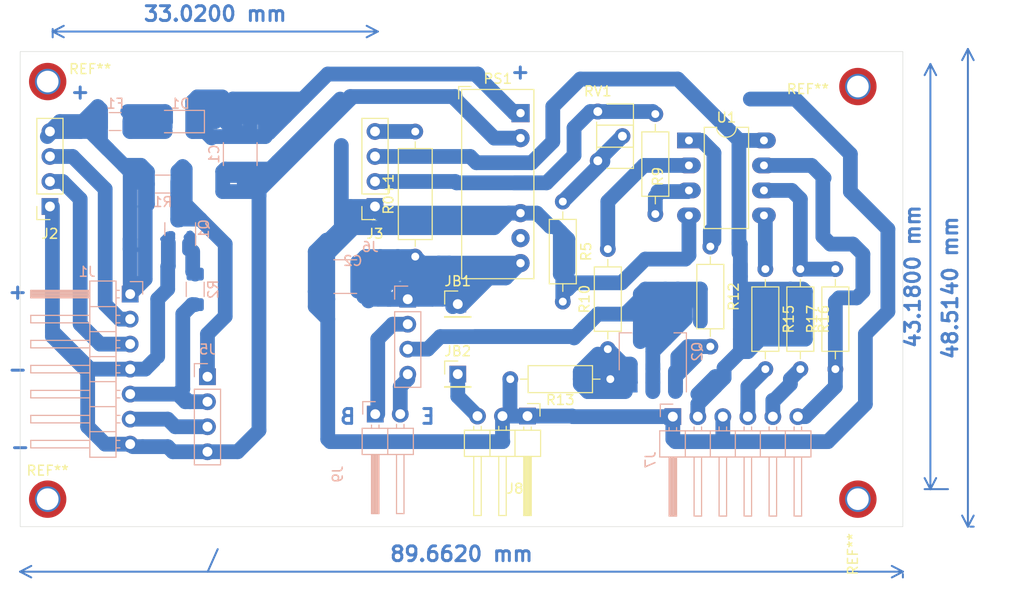
<source format=kicad_pcb>
(kicad_pcb (version 20211014) (generator pcbnew)
  (layers (0 "F.Cu" signal) (31 "B.Cu" signal) (34 "B.Paste" user) (35 "F.Paste" user) (36 "B.SilkS" user "B.Silkscreen") (37 "F.SilkS" user "F.Silkscreen") (38 "B.Mask" user) (39 "F.Mask" user) (44 "Edge.Cuts" user))
  (net 0 "")
  (net 1 "GND1")
  (net 2 "+28V")
  (net 3 "Net-(D1-Pad2)")
  (net 4 "+5V")
  (net 5 "GND")
  (net 6 "Net-(J1-Pad3)")
  (net 7 "+5VP")
  (net 8 "Net-(J1-Pad2)")
  (net 9 "Net-(Q2-Pad1)")
  (net 10 "Net-(Q2-Pad3)")
  (net 11 "Net-(R9-Pad1)")
  (net 12 "Net-(R10-Pad2)")
  (net 13 "Net-(R12-Pad1)")
  (net 14 "Net-(R15-Pad1)")
  (net 15 "Net-(R16-Pad1)")
  (net 16 "Net-(F1-Pad2)")
  (net 17 "Net-(J3-Pad2)")
  (net 19 "Net-(J6-Pad4)")
  (net 20 "Net-(J6-Pad2)")
  (net 21 "Net-(J7-Pad4)")
  (net 22 "Net-(J7-Pad5)")
  (net 23 "Net-(J7-Pad6)")
  (net 24 "Net-(J3-Pad4)")
  (net 25 "Net-(R5-Pad1)")
  (net 26 "Net-(J5-Pad1)")
  (net 27 "Net-(J1-Pad5)")
  (net 28 "Net-(J1-Pad6)")
  (net 29 "Net-(J6-Pad3)")
  (net 30 "Net-(J8-Pad3)")
  (net 31 "Net-(Q1-Pad1)")
  (footprint "Resistor_THT:R_Axial_DIN0207_L6.3mm_D2.5mm_P10.16mm_Horizontal" (layer "F.Cu") (at 96.266 39.116 -90)
    (fp_text reference "R15")
    (fp_text value "10k")
  )
  (footprint "Resistor_THT:R_Axial_DIN0207_L6.3mm_D2.5mm_P10.16mm_Horizontal" (layer "F.Cu") (at 103.378 49.276 90)
    (fp_text reference "R17")
    (fp_text value "100k")
  )
  (footprint "Connector_PinSocket_2.54mm:PinSocket_1x04_P2.54mm_Vertical" (layer "F.Cu") (at 56.617 32.756 180)
    (fp_text reference "J3")
    (fp_text value "I2C_MCP4725_Out")
  )
  (footprint "Package_DIP:DIP-8_W7.62mm_LongPads" (layer "F.Cu") (at 88.504 26.045)
    (fp_text reference "U1")
    (fp_text value "MCP6002-xP")
  )
  (footprint "Resistor_THT:R_Axial_DIN0207_L6.3mm_D2.5mm_P10.16mm_Horizontal" (layer "F.Cu") (at 90.678 36.83 -90)
    (fp_text reference "R12")
    (fp_text value "1k")
  )
  (footprint "Resistor_THT:R_Axial_DIN0207_L6.3mm_D2.5mm_P10.16mm_Horizontal" (layer "F.Cu") (at 99.822 39.116 -90)
    (fp_text reference "R16")
    (fp_text value "12.1k")
  )
  (footprint "Resistor_THT:R_Axial_DIN0207_L6.3mm_D2.5mm_P10.16mm_Horizontal" (layer "F.Cu") (at 80.264 47.244 90)
    (fp_text reference "R10")
    (fp_text value "10k")
  )
  (footprint "Converter_DCDC:Converter_DCDC_XP_POWER-IHxxxxSH_THT" (layer "F.Cu") (at 71.398 23.27)
    (fp_text reference "PS1")
    (fp_text value "RH-0515D/H")
  )
  (footprint "Resistor_THT:R_Axial_DIN0309_L9.0mm_D3.2mm_P12.70mm_Horizontal" (layer "F.Cu") (at 60.706 37.846 90)
    (fp_text reference "R0+1")
    (fp_text value "0")
  )
  (footprint "Resistor_THT:R_Axial_DIN0207_L6.3mm_D2.5mm_P10.16mm_Horizontal" (layer "F.Cu") (at 80.518 50.292 180)
    (fp_text reference "R13")
    (fp_text value "250")
  )
  (footprint "Resistor_THT:R_Axial_DIN0207_L6.3mm_D2.5mm_P10.16mm_Horizontal" (layer "F.Cu") (at 85.09 33.528 90)
    (fp_text reference "R9")
    (fp_text value "10k")
  )
  (footprint "Connector_PinHeader_2.54mm:PinHeader_1x03_P2.54mm_Horizontal" (layer "F.Cu") (at 72.106 54.045 -90)
    (fp_text reference "J8")
    (fp_text value "Power - - +")
  )
  (footprint "Connector_PinSocket_2.54mm:PinSocket_1x04_P2.54mm_Vertical" (layer "F.Cu") (at 23.597 32.756 180)
    (fp_text reference "J2")
    (fp_text value "I2C_Isol_In")
  )
  (footprint "MountingHole:MountingHole_2.2mm_M2_DIN965_Pad_TopOnly" (layer "F.Cu") (at 23.368 62.484)
    (fp_text reference "REF**")
    (fp_text value "MH-2.2mm")
  )
  (footprint "MountingHole:MountingHole_2.2mm_M2_DIN965_Pad_TopOnly" (layer "F.Cu") (at 105.664 62.484)
    (fp_text reference "REF**")
    (fp_text value "MH-2.2mm")
  )
  (footprint "MountingHole:MountingHole_2.2mm_M2_DIN965_Pad_TopOnly" (layer "F.Cu") (at 23.368 20.066)
    (fp_text reference "REF**")
    (fp_text value "MH-2.2mm")
  )
  (footprint "MountingHole:MountingHole_2.2mm_M2_DIN965_Pad_TopOnly" (layer "F.Cu") (at 105.664 20.574)
    (fp_text reference "REF**")
    (fp_text value "MH-2.2mm")
  )
  (footprint "Resistor_THT:R_Axial_DIN0207_L6.3mm_D2.5mm_P10.16mm_Horizontal" (layer "F.Cu") (at 75.692 32.258 -90)
    (fp_text reference "R5")
    (fp_text value "3k")
  )
  (footprint "Connector_PinHeader_2.54mm:PinHeader_1x01_P2.54mm_Vertical" (layer "F.Cu") (at 65.024 42.672)
    (fp_text reference "JB1")
    (fp_text value "Br1")
  )
  (footprint "Potentiometer_THT:Potentiometer_ACP_CA6-H2,5_Horizontal" (layer "F.Cu") (at 79.248 23.114)
    (fp_text reference "RV1")
    (fp_text value "500")
  )
  (footprint "Connector_PinHeader_2.54mm:PinHeader_1x01_P2.54mm_Vertical" (layer "F.Cu") (at 65.024 49.784)
    (fp_text reference "JB2")
    (fp_text value "Br2")
  )
  (footprint "Fuse:Fuse_1206_3216Metric_Pad1.42x1.75mm_HandSolder" (layer "B.Cu") (at 30.226 24.13 180)
    (fp_text reference "F1")
    (fp_text value "Fuse 0.3A")
  )
  (footprint "Connector_PinHeader_2.54mm:PinHeader_1x07_P2.54mm_Horizontal" (layer "B.Cu") (at 31.75 41.656 180)
    (fp_text reference "J1")
    (fp_text value "5V_I2C_Gnd_EB_VG_Gnd")
  )
  (footprint "Connector_PinSocket_2.54mm:PinSocket_1x04_P2.54mm_Vertical" (layer "B.Cu") (at 59.944 42.174 180)
    (fp_text reference "J6")
    (fp_text value "Opto_Rel_Out")
  )
  (footprint "Package_TO_SOT_SMD:SOT-223-3_TabPin2" (layer "B.Cu") (at 84.836 47.498 90)
    (fp_text reference "Q2")
    (fp_text value "BSP89")
  )
  (footprint "Capacitor_SMD:C_1812_4532Metric_Pad1.57x3.40mm_HandSolder" (layer "B.Cu") (at 42.926 27.432 -90)
    (fp_text reference "C1")
    (fp_text value "10uF 10V")
  )
  (footprint "Connector_PinSocket_2.54mm:PinSocket_1x04_P2.54mm_Vertical" (layer "B.Cu") (at 39.599 50.048 180)
    (fp_text reference "J5")
    (fp_text value "OptoRel_In")
  )
  (footprint "Capacitor_SMD:C_1812_4532Metric_Pad1.57x3.40mm_HandSolder" (layer "B.Cu") (at 53.594 39.878 180)
    (fp_text reference "C2")
    (fp_text value "2,2 µF 35V")
  )
  (footprint "Connector_PinHeader_2.54mm:PinHeader_1x02_P2.54mm_Horizontal" (layer "B.Cu") (at 56.642 53.848 -90)
    (fp_text reference "J9")
    (fp_text value "Base/Emitter")
  )
  (footprint "Package_TO_SOT_SMD:SOT-23" (layer "B.Cu") (at 36.83 35.052 90)
    (fp_text reference "Q1")
    (fp_text value "BSS123")
  )
  (footprint "Resistor_SMD:R_1206_3216Metric_Pad1.30x1.75mm_HandSolder" (layer "B.Cu") (at 35.052 30.48)
    (fp_text reference "R1")
    (fp_text value "1k")
  )
  (footprint "Resistor_SMD:R_1206_3216Metric_Pad1.30x1.75mm_HandSolder" (layer "B.Cu") (at 38.354 41.174 90)
    (fp_text reference "R2")
    (fp_text value "10k")
  )
  (footprint "Diode_SMD:D_1206_3216Metric_Pad1.42x1.75mm_HandSolder" (layer "B.Cu") (at 36.83 24.13 180)
    (fp_text reference "D1")
    (fp_text value "Schottky")
  )
  (footprint "Connector_PinHeader_2.54mm:PinHeader_1x06_P2.54mm_Horizontal" (layer "B.Cu") (at 86.868 54.102 -90)
    (fp_text reference "J7")
    (fp_text value "OP-2-+-In+In-Out")
  )
  (gr_line (start 39.624 69.85) (end 40.64 67.564) (layer "B.Cu") (width 0.2))
  (gr_rect (start 20.574 17.018) (end 110.236 65.278) (layer "Edge.Cuts") (width 0.05) (fill none))
  (gr_text "B" (at 53.848 54.102) (layer "B.Cu") (effects (font (size 1.5 1.5) (thickness 0.3)) (justify mirror)))
  (gr_text "+" (at 26.67 21.082) (layer "B.Cu") (effects (font (size 1.5 1.5) (thickness 0.3)) (justify mirror)))
  (gr_text "+" (at 20.32 41.402) (layer "B.Cu") (effects (font (size 1.5 1.5) (thickness 0.3)) (justify mirror)))
  (gr_text "-" (at 20.32 49.276) (layer "B.Cu") (effects (font (size 1.5 1.5) (thickness 0.3)) (justify mirror)))
  (gr_text "-" (at 20.574 57.15) (layer "B.Cu") (effects (font (size 1.5 1.5) (thickness 0.3)) (justify mirror)))
  (gr_text "E" (at 61.976 54.102) (layer "B.Cu") (effects (font (size 1.5 1.5) (thickness 0.3)) (justify mirror)))
  (gr_text "+" (at 71.374 19.05) (layer "B.Cu") (effects (font (size 1.5 1.5) (thickness 0.3)) (justify mirror)))
  (dimension (type orthogonal) (layer "B.Cu") (pts (xy 116.84 16.764) (xy 116.586 65.278)) (height 0) (orientation 1) (gr_text "48,5140 mm" (at 115.04 41.021 90) (layer "B.Cu") (effects (font (size 1.5 1.5) (thickness 0.3)))) (format (units 3) (units_format 1) (precision 4)) (style (thickness 0.2) (arrow_length 1.27) (text_position_mode 0) (extension_height 0.58642) (extension_offset 0.5) keep_text_aligned))
  (dimension (type orthogonal) (layer "B.Cu") (pts (xy 56.896 14.986) (xy 23.876 14.224)) (height 0) (orientation 0) (gr_text "33,0200 mm" (at 40.386 13.186) (layer "B.Cu") (effects (font (size 1.5 1.5) (thickness 0.3)))) (format (units 3) (units_format 1) (precision 4)) (style (thickness 0.2) (arrow_length 1.27) (text_position_mode 0) (extension_height 0.58642) (extension_offset 0.5) keep_text_aligned))
  (dimension (type orthogonal) (layer "B.Cu") (pts (xy 20.574 69.85) (xy 110.236 69.596)) (height 0) (orientation 0) (gr_text "89,6620 mm" (at 65.405 68.05) (layer "B.Cu") (effects (font (size 1.5 1.5) (thickness 0.3)))) (format (units 3) (units_format 1) (precision 4)) (style (thickness 0.2) (arrow_length 1.27) (text_position_mode 0) (extension_height 0.58642) (extension_offset 0.5) keep_text_aligned))
  (dimension (type orthogonal) (layer "B.Cu") (pts (xy 113.03 18.288) (xy 115.316 61.468)) (height 0) (orientation 1) (gr_text "43,1800 mm" (at 111.23 39.878 90) (layer "B.Cu") (effects (font (size 1.5 1.5) (thickness 0.3)))) (format (units 3) (units_format 1) (precision 4)) (style (thickness 0.2) (arrow_length 1.27) (text_position_mode 0) (extension_height 0.58642) (extension_offset 0.5) keep_text_aligned))
  (segment (start 108.712 35.052) (end 104.902 31.242) (width 1.5) (layer "B.Cu") (net 1))
  (segment (start 53.594 33.274) (end 54.112 32.756) (width 1.5) (layer "B.Cu") (net 1))
  (segment (start 54.4655 34.9075) (end 68.7245 34.9075) (width 1.5) (layer "B.Cu") (net 1))
  (segment (start 104.902 31.242) (end 104.902 27.432) (width 1.5) (layer "B.Cu") (net 1))
  (segment (start 102.616 56.642) (end 106.426 52.832) (width 1.5) (layer "B.Cu") (net 1))
  (segment (start 76.708 54.102) (end 86.868 54.102) (width 1.5) (layer "B.Cu") (net 1))
  (segment (start 76.2 41.148) (end 76.2 40.386) (width 1.5) (layer "B.Cu") (net 1))
  (segment (start 91.694 56.642) (end 102.616 56.642) (width 1.5) (layer "B.Cu") (net 1))
  (segment (start 74.93 34.798) (end 74.422 34.798) (width 1.5) (layer "B.Cu") (net 1))
  (segment (start 74.422 34.798) (end 73.054 33.43) (width 1.5) (layer "B.Cu") (net 1))
  (segment (start 84.069 38.1) (end 81.6585 40.5105) (width 1.5) (layer "B.Cu") (net 1))
  (segment (start 91.948 56.388) (end 91.948 54.102) (width 1.5) (layer "B.Cu") (net 1))
  (segment (start 51.816 44.196) (end 51.816 42.164) (width 1.5) (layer "B.Cu") (net 1))
  (segment (start 76.2 40.386) (end 75.438 39.624) (width 1.5) (layer "B.Cu") (net 1))
  (segment (start 51.816 42.164) (end 51.816 37.557) (width 1.5) (layer "B.Cu") (net 1))
  (segment (start 69.566 56.612) (end 69.566 54.045) (width 1.5) (layer "B.Cu") (net 1))
  (segment (start 88.504 33.665) (end 88.504 37.734) (width 1.5) (layer "B.Cu") (net 1))
  (segment (start 99.314 21.844) (end 94.742 21.844) (width 1.5) (layer "B.Cu") (net 1))
  (segment (start 51.4565 39.7725) (end 51.4565 39.878) (width 1.5) (layer "B.Cu") (net 1))
  (segment (start 51.7065 36.1775) (end 51.9255 36.1775) (width 1.5) (layer "B.Cu") (net 1))
  (segment (start 71.398 33.43) (end 70.202 33.43) (width 1.5) (layer "B.Cu") (net 1))
  (segment (start 104.902 27.432) (end 99.314 21.844) (width 1.5) (layer "B.Cu") (net 1))
  (segment (start 88.138 38.1) (end 84.069 38.1) (width 1.5) (layer "B.Cu") (net 1))
  (segment (start 51.4565 39.878) (end 51.562 39.9835) (width 1.5) (layer "B.Cu") (net 1))
  (segment (start 70.328 54.045) (end 70.328 50.322) (width 1.5) (layer "B.Cu") (net 1))
  (segment (start 51.9255 36.1775) (end 53.1955 34.9075) (width 1.5) (layer "B.Cu") (net 1))
  (segment (start 51.816 37.557) (end 54.4655 34.9075) (width 1.5) (layer "B.Cu") (net 1))
  (segment (start 108.712 43.434) (end 108.712 35.052) (width 1.5) (layer "B.Cu") (net 1))
  (segment (start 69.596 56.642) (end 69.566 56.612) (width 1.5) (layer "B.Cu") (net 1))
  (segment (start 86.868 56.388) (end 87.122 56.642) (width 1.5) (layer "B.Cu") (net 1))
  (segment (start 76.651 54.045) (end 73.137 54.045) (width 1.5) (layer "B.Cu") (net 1))
  (segment (start 76.2 36.068) (end 75.438 35.306) (width 1.5) (layer "B.Cu") (net 1))
  (segment (start 86.868 54.102) (end 86.868 56.388) (width 1.5) (layer "B.Cu") (net 1))
  (segment (start 51.562 42.418) (end 50.546 41.402) (width 1.5) (layer "B.Cu") (net 1))
  (segment (start 52.07 56.642) (end 69.596 56.642) (width 1.5) (layer "B.Cu") (net 1))
  (segment (start 51.816 44.196) (end 50.546 42.926) (width 1.5) (layer "B.Cu") (net 1))
  (segment (start 51.816 44.196) (end 51.816 56.388) (width 1.5) (layer "B.Cu") (net 1))
  (segment (start 88.504 37.734) (end 88.138 38.1) (width 1.5) (layer "B.Cu") (net 1))
  (segment (start 75.438 39.624) (end 75.438 35.306) (width 1.5) (layer "B.Cu") (net 1))
  (segment (start 50.546 41.402) (end 50.546 37.338) (width 1.5) (layer "B.Cu") (net 1))
  (segment (start 76.2 39.37) (end 76.2 36.068) (width 1.5) (layer "B.Cu") (net 1))
  (segment (start 91.694 56.642) (end 91.948 56.388) (width 1.5) (layer "B.Cu") (net 1))
  (segment (start 50.546 42.926) (end 50.546 41.402) (width 1.5) (layer "B.Cu") (net 1))
  (segment (start 54.112 32.756) (end 56.617 32.756) (width 1.5) (layer "B.Cu") (net 1))
  (segment (start 106.426 45.72) (end 108.712 43.434) (width 1.5) (layer "B.Cu") (net 1))
  (segment (start 70.597 54.045) (end 73.137 54.045) (width 1.5) (layer "B.Cu") (net 1))
  (segment (start 73.054 33.43) (end 71.398 33.43) (width 1.5) (layer "B.Cu") (net 1))
  (segment (start 81.6585 40.5105) (end 76.8375 40.5105) (width 1.5) (layer "B.Cu") (net 1))
  (segment (start 54.356 34.036) (end 53.594 33.274) (width 1.5) (layer "B.Cu") (net 1))
  (segment (start 75.692 42.418) (end 75.692 39.878) (width 1.5) (layer "B.Cu") (net 1))
  (segment (start 75.438 35.306) (end 74.93 34.798) (width 1.5) (layer "B.Cu") (net 1))
  (segment (start 53.1955 34.9075) (end 53.1955 26.5605) (width 1.5) (layer "B.Cu") (net 1))
  (segment (start 76.8375 40.5105) (end 76.2 41.148) (width 1.5) (layer "B.Cu") (net 1))
  (segment (start 70.328 50.322) (end 70.358 50.292) (width 1.5) (layer "B.Cu") (net 1))
  (segment (start 50.546 37.338) (end 51.7065 36.1775) (width 1.5) (layer "B.Cu") (net 1))
  (segment (start 55.337 34.036) (end 54.356 34.036) (width 1.5) (layer "B.Cu") (net 1))
  (segment (start 55.3545 34.0185) (end 56.617 32.756) (width 1.5) (layer "B.Cu") (net 1))
  (segment (start 51.816 56.388) (end 52.07 56.642) (width 1.5) (layer "B.Cu") (net 1))
  (segment (start 54.4655 34.9075) (end 55.3545 34.0185) (width 1.5) (layer "B.Cu") (net 1))
  (segment (start 70.202 33.43) (end 68.7245 34.9075) (width 1.5) (layer "B.Cu") (net 1))
  (segment (start 106.426 52.832) (end 106.426 45.72) (width 1.5) (layer "B.Cu") (net 1))
  (segment (start 71.398 33.43) (end 56.994 33.43) (width 1.5) (layer "B.Cu") (net 1))
  (segment (start 55.3545 34.0185) (end 55.337 34.036) (width 1.5) (layer "B.Cu") (net 1))
  (segment (start 87.122 56.642) (end 91.694 56.642) (width 1.5) (layer "B.Cu") (net 1))
  (segment (start 76.708 54.102) (end 76.651 54.045) (width 1.5) (layer "B.Cu") (net 1))
  (segment (start 51.816 42.164) (end 51.562 42.418) (width 1.5) (layer "B.Cu") (net 1))
  (segment (start 57.15 37.846) (end 55.626 37.846) (width 1.5) (layer "B.Cu") (net 2))
  (segment (start 64.106 41.558) (end 63.49 42.174) (width 1.5) (layer "B.Cu") (net 2))
  (segment (start 57.922 42.174) (end 57.15 41.402) (width 1.5) (layer "B.Cu") (net 2))
  (segment (start 58.42 40.132) (end 57.15 41.402) (width 1.5) (layer "B.Cu") (net 2))
  (segment (start 60.706 37.846) (end 61.214 38.354) (width 1.5) (layer "B.Cu") (net 2))
  (segment (start 60.706 42.418) (end 60.452 42.164) (width 0.25) (layer "B.Cu") (net 2))
  (segment (start 65.024 40.64) (end 65.659 40.005) (width 1.5) (layer "B.Cu") (net 2))
  (segment (start 66.294 39.37) (end 69.342 39.37) (width 1.5) (layer "B.Cu") (net 2))
  (segment (start 55.7315 39.878) (end 55.118 39.878) (width 1.5) (layer "B.Cu") (net 2))
  (segment (start 64.164 38.51) (end 65.659 40.005) (width 1.5) (layer "B.Cu") (net 2))
  (segment (start 64.516 42.926) (end 66.929 40.513) (width 1.5) (layer "B.Cu") (net 2))
  (segment (start 64.106 41.558) (end 65.024 40.64) (width 1.5) (layer "B.Cu") (net 2))
  (segment (start 63.246 39.878) (end 62.484 39.116) (width 1.5) (layer "B.Cu") (net 2))
  (segment (start 55.7315 38.9675) (end 55.118 38.354) (width 1.5) (layer "B.Cu") (net 2))
  (segment (start 69.903 40.005) (end 66.929 40.005) (width 1.5) (layer "B.Cu") (net 2))
  (segment (start 63.09 38.51) (end 62.484 39.116) (width 1.5) (layer "B.Cu") (net 2))
  (segment (start 60.452 39.116) (end 60.452 40.167) (width 1.5) (layer "B.Cu") (net 2))
  (segment (start 60.452 40.167) (end 62.459 42.174) (width 1.5) (layer "B.Cu") (net 2))
  (segment (start 60.452 42.164) (end 60.452 37.846) (width 0.25) (layer "B.Cu") (net 2))
  (segment (start 57.15 41.402) (end 56.642 41.91) (width 1.5) (layer "B.Cu") (net 2))
  (segment (start 64.106 41.246) (end 64.106 41.558) (width 1.5) (layer "B.Cu") (net 2))
  (segment (start 62.484 39.116) (end 62.23 39.37) (width 1.5) (layer "B.Cu") (net 2))
  (segment (start 61.214 38.354) (end 62.23 39.37) (width 1.5) (layer "B.Cu") (net 2))
  (segment (start 57.902 42.174) (end 58.176 42.174) (width 1.5) (layer "B.Cu") (net 2))
  (segment (start 65.024 40.64) (end 64.262 39.878) (width 1.5) (layer "B.Cu") (net 2))
  (segment (start 64.262 39.878) (end 63.246 39.878) (width 1.5) (layer "B.Cu") (net 2))
  (segment (start 62.23 39.37) (end 64.106 41.246) (width 1.5) (layer "B.Cu") (net 2))
  (segment (start 63.09 38.51) (end 64.164 38.51) (width 1.5) (layer "B.Cu") (net 2))
  (segment (start 62.459 42.174) (end 58.176 42.174) (width 1.5) (layer "B.Cu") (net 2))
  (segment (start 65.659 40.005) (end 66.294 39.37) (width 1.5) (layer "B.Cu") (net 2))
  (segment (start 60.452 40.167) (end 59.909 40.167) (width 1.5) (layer "B.Cu") (net 2))
  (segment (start 55.4775 39.5185) (end 55.4775 41.91) (width 1.5) (layer "B.Cu") (net 2))
  (segment (start 55.7315 41.0425) (end 58.928 37.846) (width 1.5) (layer "B.Cu") (net 2))
  (segment (start 59.446 41.9) (end 60.696 41.9) (width 1.5) (layer "B.Cu") (net 2))
  (segment (start 65.278 42.926) (end 68.199 40.005) (width 1.5) (layer "B.Cu") (net 2))
  (segment (start 58.176 42.174) (end 56.906 42.174) (width 1.5) (layer "B.Cu") (net 2))
  (segment (start 55.626 37.846) (end 55.118 38.354) (width 1.5) (layer "B.Cu") (net 2))
  (segment (start 59.944 42.174) (end 57.922 42.174) (width 1.5) (layer "B.Cu") (net 2))
  (segment (start 66.929 40.513) (end 66.929 40.005) (width 1.5) (layer "B.Cu") (net 2))
  (segment (start 60.452 37.846) (end 60.452 39.116) (width 1.5) (layer "B.Cu") (net 2))
  (segment (start 64.516 41.968) (end 64.106 41.558) (width 1.5) (layer "B.Cu") (net 2))
  (segment (start 55.7315 39.878) (end 55.7315 38.9675) (width 1.5) (layer "B.Cu") (net 2))
  (segment (start 71.398 38.51) (end 63.09 38.51) (width 1.5) (layer "B.Cu") (net 2))
  (segment (start 56.124 42.174) (end 59.944 42.174) (width 1.5) (layer "B.Cu") (net 2))
  (segment (start 61.37 38.51) (end 61.214 38.354) (width 1.5) (layer "B.Cu") (net 2))
  (segment (start 59.182 41.91) (end 59.182 41.168) (width 1.5) (layer "B.Cu") (net 2))
  (segment (start 60.706 39.39) (end 60.706 37.846) (width 1.5) (layer "B.Cu") (net 2))
  (segment (start 66.929 40.005) (end 65.659 40.005) (width 1.5) (layer "B.Cu") (net 2))
  (segment (start 62.459 42.174) (end 60.97 42.174) (width 1.5) (layer "B.Cu") (net 2))
  (segment (start 64.516 42.926) (end 64.516 41.968) (width 1.5) (layer "B.Cu") (net 2))
  (segment (start 71.398 38.51) (end 69.903 40.005) (width 1.5) (layer "B.Cu") (net 2))
  (segment (start 60.452 37.846) (end 58.928 37.846) (width 1.5) (layer "B.Cu") (net 2))
  (segment (start 54.991 38.735) (end 55.118 38.608) (width 1.5) (layer "B.Cu") (net 2))
  (segment (start 68.199 40.005) (end 69.903 40.005) (width 1.5) (layer "B.Cu") (net 2))
  (segment (start 60.696 41.9) (end 60.97 42.174) (width 1.5) (layer "B.Cu") (net 2))
  (segment (start 56.388 41.91) (end 56.642 41.91) (width 1.5) (layer "B.Cu") (net 2))
  (segment (start 55.7315 39.878) (end 55.7315 41.0425) (width 1.5) (layer "B.Cu") (net 2))
  (segment (start 63.09 38.51) (end 61.37 38.51) (width 1.5) (layer "B.Cu") (net 2))
  (segment (start 63.49 42.174) (end 60.706 39.39) (width 1.5) (layer "B.Cu") (net 2))
  (segment (start 57.15 37.846) (end 55.4775 39.5185) (width 1.5) (layer "B.Cu") (net 2))
  (segment (start 58.928 37.846) (end 57.15 37.846) (width 1.5) (layer "B.Cu") (net 2))
  (segment (start 55.95025 42.34775) (end 60.452 37.846) (width 1.5) (layer "B.Cu") (net 2))
  (segment (start 54.864 38.40675) (end 54.864 41.34925) (width 1.5) (layer "B.Cu") (net 2))
  (segment (start 60.452 39.116) (end 60.452 40.894) (width 1.5) (layer "B.Cu") (net 2))
  (segment (start 55.118 38.608) (end 55.118 39.878) (width 1.5) (layer "B.Cu") (net 2))
  (segment (start 55.118 39.878) (end 55.4775 39.5185) (width 1.5) (layer "B.Cu") (net 2))
  (segment (start 62.459 42.174) (end 63.49 42.174) (width 1.5) (layer "B.Cu") (net 2))
  (segment (start 55.118 38.354) (end 55.118 38.608) (width 1.5) (layer "B.Cu") (net 2))
  (segment (start 56.906 42.174) (end 56.642 41.91) (width 1.5) (layer "B.Cu") (net 2))
  (segment (start 31.7135 24.13) (end 31.7135 25.1095) (width 1.5) (layer "B.Cu") (net 3))
  (segment (start 31.75 25.146) (end 35.306 25.146) (width 1.5) (layer "B.Cu") (net 3))
  (segment (start 31.7135 25.1095) (end 31.75 25.146) (width 1.5) (layer "B.Cu") (net 3))
  (segment (start 35.3425 23.1505) (end 35.306 23.114) (width 1.5) (layer "B.Cu") (net 3))
  (segment (start 35.3425 24.13) (end 35.3425 23.1505) (width 1.5) (layer "B.Cu") (net 3))
  (segment (start 35.306 23.114) (end 31.496 23.114) (width 1.5) (layer "B.Cu") (net 3))
  (segment (start 31.7135 24.13) (end 35.3425 24.13) (width 1.5) (layer "B.Cu") (net 3))
  (segment (start 42.164 21.844) (end 49.276 21.844) (width 1.5) (layer "B.Cu") (net 4))
  (segment (start 40.132 25.654) (end 45.466 25.654) (width 1.5) (layer "B.Cu") (net 4))
  (segment (start 51.816 19.304) (end 49.276 21.844) (width 1.5) (layer "B.Cu") (net 4))
  (segment (start 40.386 24.13) (end 40.386 23.622) (width 1.5) (layer "B.Cu") (net 4))
  (segment (start 42.418 24.7865) (end 42.0585 24.7865) (width 1.5) (layer "B.Cu") (net 4))
  (segment (start 44.958 23.114) (end 46.99 23.114) (width 1.5) (layer "B.Cu") (net 4))
  (segment (start 38.1 25.146) (end 38.1 22.098) (width 1.5) (layer "B.Cu") (net 4))
  (segment (start 70.768 23.27) (end 67.056 19.558) (width 1.5) (layer "B.Cu") (net 4))
  (segment (start 51.816 19.304) (end 67.056 19.304) (width 1.5) (layer "B.Cu") (net 4))
  (segment (start 39.37 22.352) (end 41.148 22.352) (width 1.5) (layer "B.Cu") (net 4))
  (segment (start 45.466 25.654) (end 45.466 23.876) (width 1.5) (layer "B.Cu") (net 4))
  (segment (start 42.418 24.13) (end 42.418 24.7865) (width 1.5) (layer "B.Cu") (net 4))
  (segment (start 42.0585 24.7865) (end 40.386 23.114) (width 1.5) (layer "B.Cu") (net 4))
  (segment (start 46.99 23.114) (end 47.498 23.622) (width 1.5) (layer "B.Cu") (net 4))
  (segment (start 43.942 24.13) (end 44.958 23.114) (width 1.5) (layer "B.Cu") (net 4))
  (segment (start 42.418 24.13) (end 42.418 22.86) (width 1.5) (layer "B.Cu") (net 4))
  (segment (start 38.354 24.13) (end 40.005 25.781) (width 1.5) (layer "B.Cu") (net 4))
  (segment (start 40.386 24.13) (end 40.386 23.114) (width 1.5) (layer "B.Cu") (net 4))
  (segment (start 39.37 22.787) (end 39.37 22.352) (width 1.5) (layer "B.Cu") (net 4))
  (segment (start 71.398 23.27) (end 70.768 23.27) (width 1.5) (layer "B.Cu") (net 4))
  (segment (start 39.37 25.146) (end 38.1 25.146) (width 1.5) (layer "B.Cu") (net 4))
  (segment (start 40.386 23.114) (end 41.148 22.352) (width 1.5) (layer "B.Cu") (net 4))
  (segment (start 45.847 25.273) (end 45.847 24.765) (width 1.5) (layer "B.Cu") (net 4))
  (segment (start 38.3175 23.8395) (end 38.5715 23.5855) (width 1.5) (layer "B.Cu") (net 4))
  (segment (start 38.5715 23.5855) (end 39.37 22.787) (width 1.5) (layer "B.Cu") (net 4))
  (segment (start 67.056 19.558) (end 67.056 19.304) (width 1.5) (layer "B.Cu") (net 4))
  (segment (start 40.386 23.622) (end 42.164 21.844) (width 1.5) (layer "B.Cu") (net 4))
  (segment (start 38.3175 24.13) (end 38.354 24.13) (width 1.5) (layer "B.Cu") (net 4))
  (segment (start 43.434 23.114) (end 44.958 23.114) (width 1.5) (layer "B.Cu") (net 4))
  (segment (start 40.386 24.13) (end 38.3175 24.13) (width 1.5) (layer "B.Cu") (net 4))
  (segment (start 42.418 24.13) (end 43.434 23.114) (width 1.5) (layer "B.Cu") (net 4))
  (segment (start 38.1 22.098) (end 38.5715 21.6265) (width 1.5) (layer "B.Cu") (net 4))
  (segment (start 38.5715 22.352) (end 39.37 22.352) (width 1.5) (layer "B.Cu") (net 4))
  (segment (start 38.5715 23.5855) (end 38.5715 21.6265) (width 1.5) (layer "B.Cu") (net 4))
  (segment (start 38.5715 23.5855) (end 38.5715 22.352) (width 1.5) (layer "B.Cu") (net 4))
  (segment (start 47.498 23.622) (end 49.276 21.844) (width 1.5) (layer "B.Cu") (net 4))
  (segment (start 38.5715 21.6265) (end 41.1115 21.6265) (width 1.5) (layer "B.Cu") (net 4))
  (segment (start 38.3175 24.13) (end 38.3175 23.8395) (width 1.5) (layer "B.Cu") (net 4))
  (segment (start 41.148 22.352) (end 41.402 22.352) (width 1.5) (layer "B.Cu") (net 4))
  (segment (start 45.847 25.273) (end 47.498 23.622) (width 1.5) (layer "B.Cu") (net 4))
  (segment (start 43.942 24.892) (end 43.942 24.13) (width 1.5) (layer "B.Cu") (net 4))
  (segment (start 40.005 25.781) (end 40.132 25.654) (width 1.5) (layer "B.Cu") (net 4))
  (segment (start 39.599 57.668) (end 42.662 57.668) (width 1.5) (layer "B.Cu") (net 5))
  (segment (start 33.02 57.15) (end 35.56 57.15) (width 1.5) (layer "B.Cu") (net 5))
  (segment (start 35.626 36.2435) (end 35.2275 36.2435) (width 0.5) (layer "B.Cu") (net 5))
  (segment (start 64.77 21.844) (end 64.77 21.59) (width 1.5) (layer "B.Cu") (net 5))
  (segment (start 35.56 38.862) (end 35.56 36.322) (width 1) (layer "B.Cu") (net 5))
  (segment (start 64.77 21.59) (end 54.102 21.59) (width 1.5) (layer "B.Cu") (net 5))
  (segment (start 41.148 29.21) (end 41.148 31.242) (width 1.5) (layer "B.Cu") (net 5))
  (segment (start 44.831 31.623) (end 44.831 30.564) (width 1.5) (layer "B.Cu") (net 5))
  (segment (start 34.544 48.006) (end 34.544 42.164) (width 1.5) (layer "B.Cu") (net 5))
  (segment (start 35.626 38.796) (end 35.626 36.4435) (width 1.5) (layer "B.Cu") (net 5))
  (segment (start 45.974 28.956) (end 41.402 28.956) (width 1.5) (layer "B.Cu") (net 5))
  (segment (start 54.102 21.59) (end 54.102 21.844) (width 1.5) (layer "B.Cu") (net 5))
  (segment (start 44.831 30.564) (end 44.5985 30.3315) (width 1.5) (layer "B.Cu") (net 5))
  (segment (start 27.432 49.53) (end 27.432 55.118) (width 1.5) (layer "B.Cu") (net 5))
  (segment (start 27.686 49.276) (end 27.432 49.53) (width 1.5) (layer "B.Cu") (net 5))
  (segment (start 54.102 21.844) (end 44.831 31.115) (width 1.5) (layer "B.Cu") (net 5))
  (segment (start 43.3285 30.3315) (end 44.5985 30.3315) (width 1.5) (layer "B.Cu") (net 5))
  (segment (start 44.831 55.499) (end 44.831 31.623) (width 1.5) (layer "B.Cu") (net 5))
  (segment (start 41.148 31.242) (end 44.45 31.242) (width 1.5) (layer "B.Cu") (net 5))
  (segment (start 27.432 55.118) (end 27.437 55.113) (width 1.5) (layer "B.Cu") (net 5))
  (segment (start 34.544 42.164) (end 35.56 41.148) (width 1.5) (layer "B.Cu") (net 5))
  (segment (start 23.851 32.756) (end 23.851 44.171) (width 1.5) (layer "B.Cu") (net 5))
  (segment (start 44.45 31.242) (end 44.831 31.623) (width 1.5) (layer "B.Cu") (net 5))
  (segment (start 68.736 25.81) (end 64.77 21.844) (width 1.5) (layer "B.Cu") (net 5))
  (segment (start 31.75 56.896) (end 30.226 56.896) (width 1.5) (layer "B.Cu") (net 5))
  (segment (start 44.5985 30.3315) (end 45.974 28.956) (width 1.5) (layer "B.Cu") (net 5))
  (segment (start 32.019 57.15) (end 33.02 57.15) (width 1.5) (layer "B.Cu") (net 5))
  (segment (start 35.56 35.56) (end 36.068 35.56) (width 0.5) (layer "B.Cu") (net 5))
  (segment (start 44.831 31.115) (end 44.831 31.623) (width 1.5) (layer "B.Cu") (net 5))
  (segment (start 23.851 44.171) (end 23.851 45.441) (width 1.5) (layer "B.Cu") (net 5))
  (segment (start 41.5075 29.5695) (end 42.926 29.5695) (width 1.5) (layer "B.Cu") (net 5))
  (segment (start 36.068 36.0015) (end 35.626 36.4435) (width 0.5) (layer "B.Cu") (net 5))
  (segment (start 36.068 35.56) (end 36.068 36.0015) (width 0.5) (layer "B.Cu") (net 5))
  (segment (start 23.851 44.171) (end 23.851 45.949) (width 1.5) (layer "B.Cu") (net 5))
  (segment (start 33.274 49.276) (end 34.163 48.387) (width 1.5) (layer "B.Cu") (net 5))
  (segment (start 35.626 36.2435) (end 35.626 36.256) (width 0.7) (layer "B.Cu") (net 5))
  (segment (start 35.56 57.15) (end 36.078 57.668) (width 1.5) (layer "B.Cu") (net 5))
  (segment (start 41.402 28.956) (end 41.148 29.21) (width 1.5) (layer "B.Cu") (net 5))
  (segment (start 31.75 49.276) (end 27.686 49.276) (width 1.5) (layer "B.Cu") (net 5))
  (segment (start 35.2275 36.2435) (end 35.052 36.068) (width 0.5) (layer "B.Cu") (net 5))
  (segment (start 35.052 36.068) (end 35.56 35.56) (width 0.5) (layer "B.Cu") (net 5))
  (segment (start 27.686 49.276) (end 23.851 45.441) (width 1.5) (layer "B.Cu") (net 5))
  (segment (start 34.163 48.387) (end 34.544 48.006) (width 1) (layer "B.Cu") (net 5))
  (segment (start 23.851 45.949) (end 27.432 49.53) (width 1.5) (layer "B.Cu") (net 5))
  (segment (start 35.56 39.878) (end 35.56 38.862) (width 1) (layer "B.Cu") (net 5))
  (segment (start 46.736 28.194) (end 53.086 21.844) (width 1.5) (layer "B.Cu") (net 5))
  (segment (start 35.56 38.862) (end 35.626 38.796) (width 1.5) (layer "B.Cu") (net 5))
  (segment (start 29.21 56.896) (end 27.432 55.118) (width 1.5) (layer "B.Cu") (net 5))
  (segment (start 35.626 36.256) (end 35.56 36.322) (width 0.7) (layer "B.Cu") (net 5))
  (segment (start 41.148 29.21) (end 41.5075 29.5695) (width 1.5) (layer "B.Cu") (net 5))
  (segment (start 35.56 41.148) (end 35.56 38.862) (width 1.5) (layer "B.Cu") (net 5))
  (segment (start 31.75 49.276) (end 33.274 49.276) (width 1.5) (layer "B.Cu") (net 5))
  (segment (start 36.078 57.668) (end 39.599 57.668) (width 1.5) (layer "B.Cu") (net 5))
  (segment (start 71.398 25.81) (end 68.736 25.81) (width 1.5) (layer "B.Cu") (net 5))
  (segment (start 45.974 28.956) (end 46.736 28.194) (width 1.5) (layer "B.Cu") (net 5))
  (segment (start 42.662 57.668) (end 44.831 55.499) (width 1.5) (layer "B.Cu") (net 5))
  (segment (start 30.226 56.896) (end 29.21 56.896) (width 1.5) (layer "B.Cu") (net 5))
  (segment (start 28.702 46.736) (end 31.75 46.736) (width 1.5) (layer "B.Cu") (net 6))
  (segment (start 24.882 30.216) (end 23.851 30.216) (width 1.5) (layer "B.Cu") (net 6))
  (segment (start 26.67 32.004) (end 24.882 30.216) (width 1.5) (layer "B.Cu") (net 6))
  (segment (start 26.67 44.704) (end 28.702 46.736) (width 1.5) (layer "B.Cu") (net 6))
  (segment (start 26.67 32.004) (end 26.67 44.704) (width 1.5) (layer "B.Cu") (net 6))
  (segment (start 93.726 41.148) (end 93.726 39.878) (width 1.5) (layer "B.Cu") (net 7))
  (segment (start 100.33 45.212) (end 100.33 46.228) (width 1.5) (layer "B.Cu") (net 7))
  (segment (start 93.726 42.926) (end 94.488 42.926) (width 1.5) (layer "B.Cu") (net 7))
  (segment (start 99.06 46.228) (end 97.536 46.228) (width 1.5) (layer "B.Cu") (net 7))
  (segment (start 95.504 46.228) (end 95.504 43.18) (width 1.5) (layer "B.Cu") (net 7))
  (segment (start 93.584 26.045) (end 93.584 26.02) (width 1.5) (layer "B.Cu") (net 7))
  (segment (start 93.726 47.498) (end 94.488 47.498) (width 1.5) (layer "B.Cu") (net 7))
  (segment (start 95.504 46.228) (end 93.726 46.228) (width 1.5) (layer "B.Cu") (net 7))
  (segment (start 93.726 41.148) (end 98.806 41.148) (width 1.5) (layer "B.Cu") (net 7))
  (segment (start 96.266 45.72) (end 96.266 44.704) (width 1.5) (layer "B.Cu") (net 7))
  (segment (start 77.47 19.812) (end 74.676 22.606) (width 1.5) (layer "B.Cu") (net 7))
  (segment (start 96.266 46.228) (end 95.504 46.228) (width 1.5) (layer "B.Cu") (net 7))
  (segment (start 96.266 44.704) (end 93.98 42.418) (width 1.5) (layer "B.Cu") (net 7))
  (segment (start 92.075 49.149) (end 93.726 47.498) (width 1.5) (layer "B.Cu") (net 7))
  (segment (start 97.536 42.418) (end 98.552 41.402) (width 1.5) (layer "B.Cu") (net 7))
  (segment (start 66.919 28.311) (end 66.284 27.676) (width 1.5) (layer "B.Cu") (net 7))
  (segment (start 94.488 42.926) (end 95.504 41.91) (width 1.5) (layer "B.Cu") (net 7))
  (segment (start 97.536 44.958) (end 96.774 44.196) (width 1.5) (layer "B.Cu") (net 7))
  (segment (start 99.06 44.958) (end 100.076 44.958) (width 1.5) (layer "B.Cu") (net 7))
  (segment (start 100.33 46.228) (end 99.06 46.228) (width 1.5) (layer "B.Cu") (net 7))
  (segment (start 93.584 26.045) (end 93.589 26.045) (width 1.5) (layer "B.Cu") (net 7))
  (segment (start 94.234 44.45) (end 95.504 43.18) (width 1.5) (layer "B.Cu") (net 7))
  (segment (start 93.609 26.045) (end 93.584 26.02) (width 1.5) (layer "B.Cu") (net 7))
  (segment (start 89.408 54.102) (end 89.408 52.832) (width 1.5) (layer "B.Cu") (net 7))
  (segment (start 100.33 45.212) (end 97.79 45.212) (width 1.5) (layer "B.Cu") (net 7))
  (segment (start 74.676 22.606) (end 74.676 26.162) (width 1.5) (layer "B.Cu") (net 7))
  (segment (start 97.536 46.228) (end 96.266 46.228) (width 1.5) (layer "B.Cu") (net 7))
  (segment (start 93.726 46.228) (end 93.726 45.212) (width 1.5) (layer "B.Cu") (net 7))
  (segment (start 97.536 43.434) (end 97.536 42.418) (width 1.5) (layer "B.Cu") (net 7))
  (segment (start 93.726 45.212) (end 94.234 45.212) (width 1.5) (layer "B.Cu") (net 7))
  (segment (start 93.726 41.148) (end 93.726 38.608) (width 1.5) (layer "B.Cu") (net 7))
  (segment (start 100.076 44.958) (end 100.33 45.212) (width 1.5) (layer "B.Cu") (net 7))
  (segment (start 93.726 47.498) (end 93.726 46.228) (width 1.5) (layer "B.Cu") (net 7))
  (segment (start 96.266 44.704) (end 96.774 44.196) (width 1.5) (layer "B.Cu") (net 7))
  (segment (start 97.028 41.91) (end 97.536 42.418) (width 1.5) (layer "B.Cu") (net 7))
  (segment (start 93.584 26.02) (end 87.376 19.812) (width 1.5) (layer "B.Cu") (net 7))
  (segment (start 93.726 36.606) (end 93.584 36.464) (width 1.5) (layer "B.Cu") (net 7))
  (segment (start 98.552 41.402) (end 98.806 41.148) (width 1.5) (layer "B.Cu") (net 7))
  (segment (start 89.408 52.832) (end 92.075 50.165) (width 1.5) (layer "B.Cu") (net 7))
  (segment (start 99.06 44.958) (end 99.06 46.228) (width 1.5) (layer "B.Cu") (net 7))
  (segment (start 72.527 28.311) (end 66.919 28.311) (width 1.5) (layer "B.Cu") (net 7))
  (segment (start 94.234 45.212) (end 94.234 44.45) (width 1.5) (layer "B.Cu") (net 7))
  (segment (start 93.584 37.475) (end 93.584 36.464) (width 1.5) (layer "B.Cu") (net 7))
  (segment (start 96.124 26.045) (end 93.609 26.045) (width 1.5) (layer "B.Cu") (net 7))
  (segment (start 93.584 36.464) (end 93.584 26.045) (width 1.5) (layer "B.Cu") (net 7))
  (segment (start 99.06 42.926) (end 99.06 41.91) (width 1.5) (layer "B.Cu") (net 7))
  (segment (start 93.726 39.878) (end 93.726 36.606) (width 1.5) (layer "B.Cu") (net 7))
  (segment (start 89.408 52.832) (end 91.186 51.054) (width 1.5) (layer "B.Cu") (net 7))
  (segment (start 74.676 26.162) (end 72.527 28.311) (width 1.5) (layer "B.Cu") (net 7))
  (segment (start 99.06 41.91) (end 98.552 41.402) (width 1.5) (layer "B.Cu") (net 7))
  (segment (start 99.06 42.926) (end 99.06 44.958) (width 1.5) (layer "B.Cu") (net 7))
  (segment (start 92.075 50.165) (end 92.075 49.149) (width 1.5) (layer "B.Cu") (net 7))
  (segment (start 97.536 44.958) (end 97.536 42.418) (width 1.5) (layer "B.Cu") (net 7))
  (segment (start 97.536 44.958) (end 99.06 44.958) (width 1.5) (layer "B.Cu") (net 7))
  (segment (start 95.504 41.91) (end 97.028 41.91) (width 1.5) (layer "B.Cu") (net 7))
  (segment (start 94.488 42.926) (end 99.06 42.926) (width 1.5) (layer "B.Cu") (net 7))
  (segment (start 100.33 41.402) (end 99.822 41.91) (width 1.5) (layer "B.Cu") (net 7))
  (segment (start 96.266 46.228) (end 96.266 45.72) (width 1.5) (layer "B.Cu") (net 7))
  (segment (start 94.488 47.498) (end 96.266 45.72) (width 1.5) (layer "B.Cu") (net 7))
  (segment (start 91.186 51.054) (end 91.186 50.038) (width 1.5) (layer "B.Cu") (net 7))
  (segment (start 87.376 19.812) (end 77.47 19.812) (width 1.5) (layer "B.Cu") (net 7))
  (segment (start 66.284 27.676) (end 56.617 27.676) (width 1.5) (layer "B.Cu") (net 7))
  (segment (start 100.33 41.402) (end 100.33 45.212) (width 1.5) (layer "B.Cu") (net 7))
  (segment (start 99.06 44.958) (end 97.536 43.434) (width 1.5) (layer "B.Cu") (net 7))
  (segment (start 93.726 42.926) (end 93.726 41.148) (width 1.5) (layer "B.Cu") (net 7))
  (segment (start 91.186 50.038) (end 89.408 51.816) (width 1.5) (layer "B.Cu") (net 7))
  (segment (start 97.79 45.212) (end 97.536 44.958) (width 1.5) (layer "B.Cu") (net 7))
  (segment (start 100.076 41.148) (end 100.33 41.402) (width 1.5) (layer "B.Cu") (net 7))
  (segment (start 98.806 41.148) (end 100.076 41.148) (width 1.5) (layer "B.Cu") (net 7))
  (segment (start 93.726 45.212) (end 93.726 42.926) (width 1.5) (layer "B.Cu") (net 7))
  (segment (start 97.536 46.228) (end 97.536 44.958) (width 1.5) (layer "B.Cu") (net 7))
  (segment (start 29.21 42.716) (end 30.69 44.196) (width 1.5) (layer "B.Cu") (net 8))
  (segment (start 29.21 30.988) (end 25.898 27.676) (width 1.5) (layer "B.Cu") (net 8))
  (segment (start 25.898 27.676) (end 23.851 27.676) (width 1.5) (layer "B.Cu") (net 8))
  (segment (start 29.21 30.988) (end 29.21 42.716) (width 1.5) (layer "B.Cu") (net 8))
  (segment (start 30.69 44.196) (end 31.75 44.196) (width 1.5) (layer "B.Cu") (net 8))
  (segment (start 87.136 50.648) (end 87.136 50.024) (width 1.5) (layer "B.Cu") (net 9))
  (segment (start 87.136 50.648) (end 87.136 51.548) (width 1.5) (layer "B.Cu") (net 9))
  (segment (start 87.376 49.276) (end 87.376 48.006) (width 1.5) (layer "B.Cu") (net 9))
  (segment (start 88.392 46.99) (end 90.678 46.99) (width 1.5) (layer "B.Cu") (net 9))
  (segment (start 87.136 49.516) (end 87.376 49.276) (width 1.5) (layer "B.Cu") (net 9))
  (segment (start 87.136 50.024) (end 89.154 48.006) (width 1.5) (layer "B.Cu") (net 9))
  (segment (start 87.376 48.006) (end 88.392 46.99) (width 1.5) (layer "B.Cu") (net 9))
  (segment (start 87.136 50.648) (end 87.136 49.516) (width 1.5) (layer "B.Cu") (net 9))
  (segment (start 77.47 49.53) (end 77.47 50.8) (width 1.5) (layer "B.Cu") (net 10))
  (segment (start 82.18 50.292) (end 82.536 50.648) (width 1.5) (layer "B.Cu") (net 10))
  (segment (start 78.74 50.292) (end 77.47 50.292) (width 1.5) (layer "B.Cu") (net 10))
  (segment (start 81.788 48.768) (end 80.264 47.244) (width 1.5) (layer "B.Cu") (net 10))
  (segment (start 82.536 50.648) (end 82.55 50.634) (width 1.5) (layer "B.Cu") (net 10))
  (segment (start 82.55 50.634) (end 82.55 48.768) (width 1.5) (layer "B.Cu") (net 10))
  (segment (start 79.756 49.276) (end 78.74 50.292) (width 1.5) (layer "B.Cu") (net 10))
  (segment (start 78.232 51.562) (end 82.042 51.562) (width 1.5) (layer "B.Cu") (net 10))
  (segment (start 77.47 50.8) (end 78.232 51.562) (width 1.5) (layer "B.Cu") (net 10))
  (segment (start 80.333 48.445) (end 79.756 47.868) (width 1.5) (layer "B.Cu") (net 10))
  (segment (start 77.47 49.53) (end 79.248 47.752) (width 1.5) (layer "B.Cu") (net 10))
  (segment (start 82.536 50.648) (end 80.333 48.445) (width 1.5) (layer "B.Cu") (net 10))
  (segment (start 80.333 48.445) (end 80.264 48.376) (width 1.5) (layer "B.Cu") (net 10))
  (segment (start 77.47 50.292) (end 77.47 49.53) (width 1.5) (layer "B.Cu") (net 10))
  (segment (start 80.264 48.376) (end 80.264 47.244) (width 1.5) (layer "B.Cu") (net 10))
  (segment (start 79.756 47.868) (end 79.756 49.276) (width 1.5) (layer "B.Cu") (net 10))
  (segment (start 82.536 50.648) (end 82.536 50.532) (width 1.5) (layer "B.Cu") (net 10))
  (segment (start 82.55 48.768) (end 81.788 48.768) (width 1.5) (layer "B.Cu") (net 10))
  (segment (start 77.47 50.292) (end 82.18 50.292) (width 1.5) (layer "B.Cu") (net 10))
  (segment (start 88.387 31.242) (end 88.504 31.125) (width 1.5) (layer "B.Cu") (net 11))
  (segment (start 85.344 31.242) (end 85.598 31.242) (width 1.5) (layer "B.Cu") (net 11))
  (segment (start 85.09 31.75) (end 85.598 31.242) (width 1.5) (layer "B.Cu") (net 11))
  (segment (start 85.598 31.242) (end 88.387 31.242) (width 1.5) (layer "B.Cu") (net 11))
  (segment (start 85.09 33.528) (end 85.09 31.75) (width 1.5) (layer "B.Cu") (net 11))
  (segment (start 80.264 37.084) (end 80.264 32.258) (width 1.5) (layer "B.Cu") (net 12))
  (segment (start 83.937 28.585) (end 88.504 28.585) (width 1.5) (layer "B.Cu") (net 12))
  (segment (start 80.518 32.004) (end 83.937 28.585) (width 1.5) (layer "B.Cu") (net 12))
  (segment (start 80.264 32.258) (end 80.518 32.004) (width 1.5) (layer "B.Cu") (net 12))
  (segment (start 91.044 34.91) (end 91.044 27.315) (width 1.5) (layer "B.Cu") (net 13))
  (segment (start 90.678 36.83) (end 90.678 35.276) (width 1.5) (layer "B.Cu") (net 13))
  (segment (start 91.044 27.315) (end 89.774 26.045) (width 1.5) (layer "B.Cu") (net 13))
  (segment (start 89.774 26.045) (end 88.504 26.045) (width 1.5) (layer "B.Cu") (net 13))
  (segment (start 90.678 35.276) (end 91.044 34.91) (width 1.5) (layer "B.Cu") (net 13))
  (segment (start 91.044 36.205) (end 91.044 34.91) (width 1.5) (layer "B.Cu") (net 13))
  (segment (start 96.266 33.807) (end 96.124 33.665) (width 1.5) (layer "B.Cu") (net 14))
  (segment (start 96.266 39.116) (end 96.266 33.807) (width 1.5) (layer "B.Cu") (net 14))
  (segment (start 98.943 31.125) (end 99.695 31.877) (width 1.5) (layer "B.Cu") (net 15))
  (segment (start 99.822 39.116) (end 99.822 32.004) (width 1.5) (layer "B.Cu") (net 15))
  (segment (start 96.124 31.125) (end 98.943 31.125) (width 1.5) (layer "B.Cu") (net 15))
  (segment (start 99.822 39.116) (end 103.378 39.116) (width 1.5) (layer "B.Cu") (net 15))
  (segment (start 99.822 32.004) (end 99.695 31.877) (width 1.5) (layer "B.Cu") (net 15))
  (segment (start 26.68 25.136) (end 26.68 24.374) (width 1.5) (layer "B.Cu") (net 16))
  (segment (start 28.194 25.654) (end 27.676 25.136) (width 1.5) (layer "B.Cu") (net 16))
  (segment (start 31.75 29.21) (end 31.115 28.575) (width 1.5) (layer "B.Cu") (net 16))
  (segment (start 33.502 30.48) (end 33.502 29.236) (width 1.5) (layer "B.Cu") (net 16))
  (segment (start 28.7385 26.1985) (end 29.464 26.924) (width 1.5) (layer "B.Cu") (net 16))
  (segment (start 32.841 28.575) (end 31.115 28.575) (width 1.5) (layer "B.Cu") (net 16))
  (segment (start 28.7385 22.8965) (end 28.7385 24.6745) (width 1.5) (layer "B.Cu") (net 16))
  (segment (start 24.3665 24.6205) (end 23.333 25.654) (width 1.5) (layer "B.Cu") (net 16))
  (segment (start 26.68 24.374) (end 28.448 22.606) (width 1.5) (layer "B.Cu") (net 16))
  (segment (start 33.274 32.766) (end 33.274 30.734) (width 1.5) (layer "B.Cu") (net 16))
  (segment (start 31.75 36.068) (end 31.75 29.21) (width 1.5) (layer "B.Cu") (net 16))
  (segment (start 31.75 41.656) (end 31.75 36.068) (width 1.5) (layer "B.Cu") (net 16))
  (segment (start 31.75 37.084) (end 31.75 36.068) (width 1.5) (layer "B.Cu") (net 16))
  (segment (start 28.7385 24.13) (end 28.7385 24.6745) (width 1.5) (layer "B.Cu") (net 16))
  (segment (start 33.502 30.48) (end 33.502 32.538) (width 1.5) (layer "B.Cu") (net 16))
  (segment (start 33.274 40.132) (end 33.274 32.766) (width 1.5) (layer "B.Cu") (net 16))
  (segment (start 27.676 25.136) (end 26.68 25.136) (width 1.5) (layer "B.Cu") (net 16))
  (segment (start 31.115 28.575) (end 29.464 26.924) (width 1.5) (layer "B.Cu") (net 16))
  (segment (start 28.7385 24.6745) (end 28.7385 26.1985) (width 1.5) (layer "B.Cu") (net 16))
  (segment (start 28.7385 24.13) (end 28.7385 23.4045) (width 1.5) (layer "B.Cu") (net 16))
  (segment (start 26.68 25.136) (end 27.686 24.13) (width 1.5) (layer "B.Cu") (net 16))
  (segment (start 33.274 30.734) (end 31.115 28.575) (width 1.5) (layer "B.Cu") (net 16))
  (segment (start 28.448 22.606) (end 28.7385 22.8965) (width 1.5) (layer "B.Cu") (net 16))
  (segment (start 28.7385 24.13) (end 24.603 24.13) (width 1.5) (layer "B.Cu") (net 16))
  (segment (start 23.597 25.136) (end 26.68 25.136) (width 1.5) (layer "B.Cu") (net 16))
  (segment (start 29.464 26.924) (end 28.194 25.654) (width 1.5) (layer "B.Cu") (net 16))
  (segment (start 33.502 32.538) (end 33.274 32.766) (width 1.5) (layer "B.Cu") (net 16))
  (segment (start 31.807 37.141) (end 31.75 37.084) (width 1.5) (layer "B.Cu") (net 16))
  (segment (start 33.502 29.236) (end 32.841 28.575) (width 1.5) (layer "B.Cu") (net 16))
  (segment (start 28.7385 24.13) (end 27.686 24.13) (width 1.5) (layer "B.Cu") (net 16))
  (segment (start 31.75 41.656) (end 33.274 40.132) (width 1.5) (layer "B.Cu") (net 16))
  (segment (start 26.68 25.136) (end 23.851 25.136) (width 1.5) (layer "B.Cu") (net 16))
  (segment (start 24.603 24.13) (end 23.597 25.136) (width 1.5) (layer "B.Cu") (net 16))
  (segment (start 24.3665 24.6205) (end 23.851 25.136) (width 1.5) (layer "B.Cu") (net 16))
  (segment (start 79.248 23.114) (end 84.836 23.114) (width 1.5) (layer "B.Cu") (net 17))
  (segment (start 76.835 27.559) (end 74.041 30.353) (width 1.5) (layer "B.Cu") (net 17))
  (segment (start 56.617 30.216) (end 64.76 30.216) (width 1.5) (layer "B.Cu") (net 17))
  (segment (start 79.248 23.114) (end 78.486 23.114) (width 1.5) (layer "B.Cu") (net 17))
  (segment (start 78.486 23.114) (end 76.835 24.765) (width 1.5) (layer "B.Cu") (net 17))
  (segment (start 72.517 30.353) (end 70.739 30.353) (width 1.5) (layer "B.Cu") (net 17))
  (segment (start 72.517 30.353) (end 64.897 30.353) (width 1.5) (layer "B.Cu") (net 17))
  (segment (start 64.897 30.353) (end 64.76 30.216) (width 1.5) (layer "B.Cu") (net 17))
  (segment (start 74.041 30.353) (end 72.517 30.353) (width 1.5) (layer "B.Cu") (net 17))
  (segment (start 76.835 24.765) (end 76.835 27.559) (width 1.5) (layer "B.Cu") (net 17))
  (segment (start 56.607 30.226) (end 56.617 30.216) (width 1.5) (layer "B.Cu") (net 17))
  (segment (start 84.836 23.114) (end 85.09 23.368) (width 1.5) (layer "B.Cu") (net 17))
  (segment (start 59.182 51.054) (end 59.944 50.292) (width 1.5) (layer "B.Cu") (net 19))
  (segment (start 59.944 50.292) (end 59.944 49.794) (width 1.5) (layer "B.Cu") (net 19))
  (segment (start 59.182 51.054) (end 59.182 53.848) (width 1.5) (layer "B.Cu") (net 19))
  (segment (start 56.896 53.848) (end 56.896 46.228) (width 1.5) (layer "B.Cu") (net 20))
  (segment (start 58.41 44.714) (end 59.944 44.714) (width 1.5) (layer "B.Cu") (net 20))
  (segment (start 56.896 46.228) (end 58.41 44.714) (width 1.5) (layer "B.Cu") (net 20))
  (segment (start 94.488 54.102) (end 94.488 52.578) (width 1.5) (layer "B.Cu") (net 21))
  (segment (start 94.488 51.054) (end 96.266 49.276) (width 1.5) (layer "B.Cu") (net 21))
  (segment (start 94.488 54.102) (end 94.488 51.054) (width 1.5) (layer "B.Cu") (net 21))
  (segment (start 97.028 54.102) (end 97.028 52.442164) (width 1.5) (layer "B.Cu") (net 22))
  (segment (start 98.806 50.8) (end 98.806 50.292) (width 1.5) (layer "B.Cu") (net 22))
  (segment (start 97.028 52.442164) (end 97.163836 52.442164) (width 1.5) (layer "B.Cu") (net 22))
  (segment (start 97.163836 52.442164) (end 98.806 50.8) (width 1.5) (layer "B.Cu") (net 22))
  (segment (start 98.806 50.292) (end 99.822 49.276) (width 1.5) (layer "B.Cu") (net 22))
  (segment (start 103.759 42.037) (end 105.537 42.037) (width 1.5) (layer "B.Cu") (net 23))
  (segment (start 103.378 49.276) (end 103.378 42.418) (width 1.5) (layer "B.Cu") (net 23))
  (segment (start 102.108 29.972) (end 102.225 29.855) (width 1.5) (layer "B.Cu") (net 23))
  (segment (start 103.378 51.054) (end 103.378 49.276) (width 1.5) (layer "B.Cu") (net 23))
  (segment (start 99.568 54.102) (end 100.33 54.102) (width 1.5) (layer "B.Cu") (net 23))
  (segment (start 106.172 37.592) (end 105.156 36.576) (width 1.5) (layer "B.Cu") (net 23))
  (segment (start 103.378 42.418) (end 103.759 42.037) (width 1.5) (layer "B.Cu") (net 23))
  (segment (start 105.156 36.576) (end 102.87 36.576) (width 1.5) (layer "B.Cu") (net 23))
  (segment (start 100.33 54.102) (end 103.378 51.054) (width 1.5) (layer "B.Cu") (net 23))
  (segment (start 102.87 36.576) (end 102.108 35.814) (width 1.5) (layer "B.Cu") (net 23))
  (segment (start 106.172 41.402) (end 106.172 37.592) (width 1.5) (layer "B.Cu") (net 23))
  (segment (start 102.108 35.814) (end 102.108 29.972) (width 1.5) (layer "B.Cu") (net 23))
  (segment (start 105.537 42.037) (end 106.172 41.402) (width 1.5) (layer "B.Cu") (net 23))
  (segment (start 100.955 28.585) (end 96.124 28.585) (width 1.5) (layer "B.Cu") (net 23))
  (segment (start 102.225 29.855) (end 100.955 28.585) (width 1.5) (layer "B.Cu") (net 23))
  (segment (start 56.617 25.136) (end 60.442 25.136) (width 1.5) (layer "B.Cu") (net 24))
  (segment (start 60.706 25.146) (end 60.452 25.146) (width 1.5) (layer "B.Cu") (net 24))
  (segment (start 60.442 25.136) (end 60.452 25.146) (width 1.5) (layer "B.Cu") (net 24))
  (segment (start 75.692 32.258) (end 79.756 28.194) (width 1.5) (layer "B.Cu") (net 25))
  (segment (start 79.756 28.194) (end 79.756 27.606) (width 1.5) (layer "B.Cu") (net 25))
  (segment (start 79.756 27.606) (end 81.748 25.614) (width 1.5) (layer "B.Cu") (net 25))
  (segment (start 79.248 28.114) (end 81.748 25.614) (width 1.5) (layer "B.Cu") (net 25))
  (segment (start 38.1 34.036) (end 36.576 34.036) (width 1.5) (layer "B.Cu") (net 26))
  (segment (start 36.602 30.48) (end 36.602 29.184) (width 1.5) (layer "B.Cu") (net 26))
  (segment (start 39.599 45.719) (end 41.402 43.916) (width 1.5) (layer "B.Cu") (net 26))
  (segment (start 38.862 34.036) (end 38.1 34.036) (width 1.5) (layer "B.Cu") (net 26))
  (segment (start 37.084 28.702) (end 37.338 28.956) (width 1.5) (layer "B.Cu") (net 26))
  (segment (start 36.602 29.184) (end 37.084 28.702) (width 1.5) (layer "B.Cu") (net 26))
  (segment (start 36.576 31.776) (end 36.602 31.75) (width 1.5) (layer "B.Cu") (net 26))
  (segment (start 36.576 34.1425) (end 36.576 30.226) (width 1.5) (layer "B.Cu") (net 26))
  (segment (start 41.402 43.916) (end 41.402 36.576) (width 1.5) (layer "B.Cu") (net 26))
  (segment (start 39.599 50.048) (end 39.599 45.719) (width 1.5) (layer "B.Cu") (net 26))
  (segment (start 36.576 34.3685) (end 36.576 33.274) (width 0.5) (layer "B.Cu") (net 26))
  (segment (start 36.576 33.274) (end 37.338 32.512) (width 0.5) (layer "B.Cu") (net 26))
  (segment (start 41.402 36.576) (end 38.862 34.036) (width 1.5) (layer "B.Cu") (net 26))
  (segment (start 38.862 34.036) (end 37.338 32.512) (width 1.5) (layer "B.Cu") (net 26))
  (segment (start 37.338 28.956) (end 37.338 32.512) (width 1.5) (layer "B.Cu") (net 26))
  (segment (start 37.094 51.298) (end 37.094 43.678) (width 1.5) (layer "B.Cu") (net 27))
  (segment (start 37.094 43.678) (end 38.048 42.724) (width 1.5) (layer "B.Cu") (net 27))
  (segment (start 36.576 51.816) (end 37.094 51.298) (width 1.5) (layer "B.Cu") (net 27))
  (segment (start 37.836 52.588) (end 39.599 52.588) (width 1.5) (layer "B.Cu") (net 27))
  (segment (start 37.836 52.588) (end 37.836 52.04) (width 0.5) (layer "B.Cu") (net 27))
  (segment (start 31.75 51.816) (end 36.576 51.816) (width 1.5) (layer "B.Cu") (net 27))
  (segment (start 38.048 42.724) (end 38.354 42.724) (width 1.5) (layer "B.Cu") (net 27))
  (segment (start 37.836 52.588) (end 37.348 52.588) (width 1.5) (layer "B.Cu") (net 27))
  (segment (start 37.348 52.588) (end 36.576 51.816) (width 1.5) (layer "B.Cu") (net 27))
  (segment (start 37.836 52.04) (end 37.094 51.298) (width 0.5) (layer "B.Cu") (net 27))
  (segment (start 31.75 54.356) (end 35.56 54.356) (width 1.5) (layer "B.Cu") (net 28))
  (segment (start 36.332 55.128) (end 39.599 55.128) (width 1.5) (layer "B.Cu") (net 28))
  (segment (start 35.56 54.356) (end 36.332 55.128) (width 1.5) (layer "B.Cu") (net 28))
  (segment (start 86.106 43.078) (end 84.836 44.348) (width 1) (layer "B.Cu") (net 29))
  (segment (start 85.496 44.348) (end 86.106 44.958) (width 1.5) (layer "B.Cu") (net 29))
  (segment (start 86.106 42.418) (end 86.106 43.078) (width 1) (layer "B.Cu") (net 29))
  (segment (start 86.106 44.958) (end 86.106 46.228) (width 1.5) (layer "B.Cu") (net 29))
  (segment (start 84.836 44.348) (end 85.496 44.348) (width 1.5) (layer "B.Cu") (net 29))
  (segment (start 84.836 47.498) (end 84.836 44.348) (width 1.5) (layer "B.Cu") (net 29))
  (segment (start 83.566 45.618) (end 84.836 44.348) (width 1.5) (layer "B.Cu") (net 29))
  (segment (start 83.566 46.482) (end 83.566 45.72) (width 1.5) (layer "B.Cu") (net 29))
  (segment (start 87.376 41.808) (end 84.836 44.348) (width 1.5) (layer "B.Cu") (net 29))
  (segment (start 86.766 44.348) (end 84.836 44.348) (width 1.5) (layer "B.Cu") (net 29))
  (segment (start 82.042 43.688) (end 83.566 42.164) (width 1.5) (layer "B.Cu") (net 29))
  (segment (start 83.566 43.688) (end 83.566 42.164) (width 1.5) (layer "B.Cu") (net 29))
  (segment (start 84.836 49.276) (end 84.836 48.768) (width 1.5) (layer "B.Cu") (net 29))
  (segment (start 63.246 45.974) (end 76.708 45.974) (width 1.5) (layer "B.Cu") (net 29))
  (segment (start 78.232 44.704) (end 77.851 45.085) (width 1.5) (layer "B.Cu") (net 29))
  (segment (start 88.773 42.037) (end 88.138 42.672) (width 1.5) (layer "B.Cu") (net 29))
  (segment (start 86.106 42.418) (end 84.836 42.418) (width 1.5) (layer "B.Cu") (net 29))
  (segment (start 86.106 42.418) (end 84.836 43.688) (width 1.5) (layer "B.Cu") (net 29))
  (segment (start 84.836 47.498) (end 86.106 46.228) (width 1.5) (layer "B.Cu") (net 29))
  (segment (start 66.802 45.974) (end 76.708 45.974) (width 1.5) (layer "B.Cu") (net 29))
  (segment (start 86.106 41.148) (end 87.376 41.148) (width 1.5) (layer "B.Cu") (net 29))
  (segment (start 84.836 50.648) (end 84.836 51.562) (width 1.5) (layer "B.Cu") (net 29))
  (segment (start 84.836 49.276) (end 84.836 47.498) (width 1.5) (layer "B.Cu") (net 29))
  (segment (start 84.074 41.148) (end 86.106 41.148) (width 1.5) (layer "B.Cu") (net 29))
  (segment (start 79.248 43.688) (end 81.788 43.688) (width 1.5) (layer "B.Cu") (net 29))
  (segment (start 88.138 42.672) (end 88.138 44.196) (width 1.5) (layer "B.Cu") (net 29))
  (segment (start 83.566 42.164) (end 83.566 41.656) (width 1.5) (layer "B.Cu") (net 29))
  (segment (start 84.836 42.418) (end 84.836 44.348) (width 1.5) (layer "B.Cu") (net 29))
  (segment (start 83.566 45.72) (end 83.566 45.618) (width 1.5) (layer "B.Cu") (net 29))
  (segment (start 89.662 41.148) (end 89.662 44.45) (width 1.5) (layer "B.Cu") (net 29))
  (segment (start 84.836 44.348) (end 83.718 45.466) (width 1.5) (layer "B.Cu") (net 29))
  (segment (start 77.851 45.085) (end 79.248 43.688) (width 1.5) (layer "B.Cu") (net 29))
  (segment (start 87.376 41.148) (end 87.376 41.808) (width 1.5) (layer "B.Cu") (net 29))
  (segment (start 83.566 41.656) (end 84.074 41.148) (width 1.5) (layer "B.Cu") (net 29))
  (segment (start 81.788 43.688) (end 82.042 43.688) (width 1.5) (layer "B.Cu") (net 29))
  (segment (start 61.976 47.244) (end 63.246 45.974) (width 1.5) (layer "B.Cu") (net 29))
  (segment (start 83.566 45.618) (end 83.566 43.688) (width 1.5) (layer "B.Cu") (net 29))
  (segment (start 88.138 42.976) (end 86.766 44.348) (width 1.5) (layer "B.Cu") (net 29))
  (segment (start 89.662 41.148) (end 88.773 42.037) (width 1.5) (layer "B.Cu") (net 29))
  (segment (start 88.138 44.196) (end 86.106 46.228) (width 1.5) (layer "B.Cu") (net 29))
  (segment (start 84.836 50.648) (end 84.836 49.276) (width 1.5) (layer "B.Cu") (net 29))
  (segment (start 76.835 46.101) (end 77.851 45.085) (width 1.5) (layer "B.Cu") (net 29))
  (segment (start 76.708 45.974) (end 76.835 46.101) (width 1.5) (layer "B.Cu") (net 29))
  (segment (start 87.376 41.148) (end 89.662 41.148) (width 1.5) (layer "B.Cu") (net 29))
  (segment (start 59.949 47.244) (end 61.976 47.244) (width 1.5) (layer "B.Cu") (net 29))
  (segment (start 81.788 43.688) (end 83.566 43.688) (width 1.5) (layer "B.Cu") (net 29))
  (segment (start 88.138 42.672) (end 88.138 42.976) (width 1.5) (layer "B.Cu") (net 29))
  (segment (start 65.024 52.043) (end 65.024 49.784) (width 1.5) (layer "B.Cu") (net 30))
  (segment (start 67.026 54.045) (end 65.024 52.043) (width 1.5) (layer "B.Cu") (net 30))
  (segment (start 38.1 39.37) (end 38.1 37.338) (width 1.5) (layer "B.Cu") (net 31))
  (segment (start 37.526 36.4435) (end 37.526 37.272) (width 1) (layer "B.Cu") (net 31))
  (segment (start 37.714 35.814) (end 38.1 35.814) (width 0.5) (layer "B.Cu") (net 31))
  (segment (start 37.526 36.002) (end 37.714 35.814) (width 0.5) (layer "B.Cu") (net 31))
  (segment (start 37.526 36.2435) (end 37.526 36.002) (width 0.5) (layer "B.Cu") (net 31))
  (segment (start 38.354 39.624) (end 38.1 39.37) (width 1.5) (layer "B.Cu") (net 31))
  (segment (start 37.526 35.88) (end 37.846 35.56) (width 0.7) (layer "B.Cu") (net 31))
  (segment (start 37.846 35.56) (end 38.1 35.814) (width 0.7) (layer "B.Cu") (net 31))
  (segment (start 37.526 36.2435) (end 37.526 35.88) (width 0.5) (layer "B.Cu") (net 31))
  (segment (start 38.1 35.814) (end 38.1 37.338) (width 0.7) (layer "B.Cu") (net 31))
)
</source>
